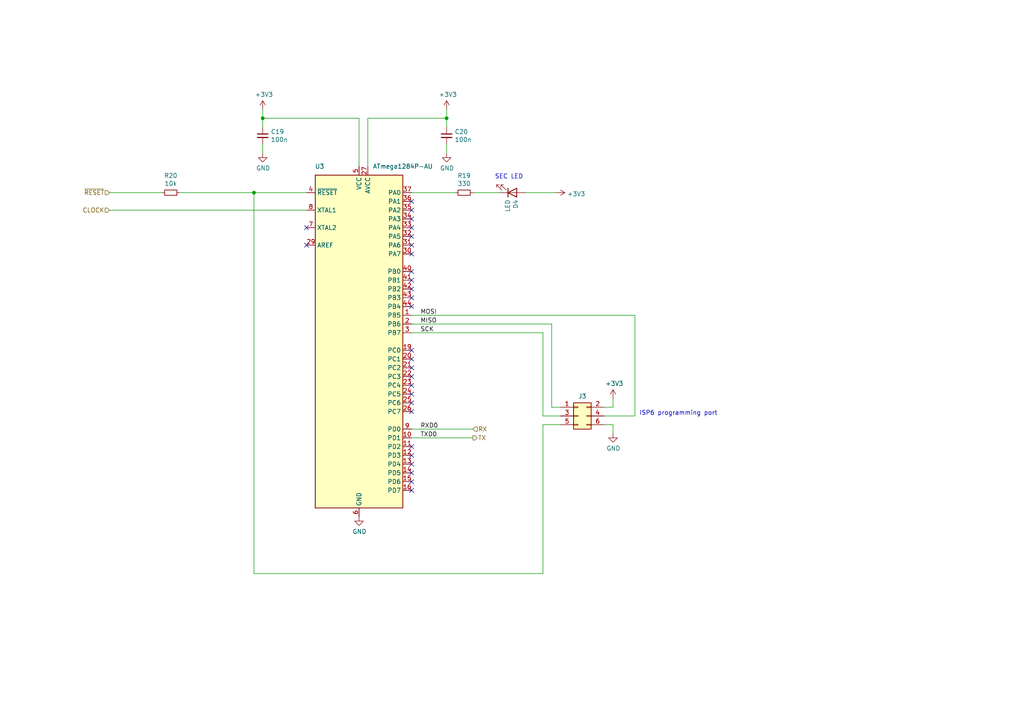
<source format=kicad_sch>
(kicad_sch (version 20200714) (host eeschema "5.99.0-unknown-039b6fd~102~ubuntu18.04.1")
  (page 3 4)
  (paper "A4")
  (title_block (title "picoHSM") (date "2020-09-11") (rev "v1.0") (company "Ledger"))
  (lib_symbols
    (symbol "Connector_Generic:Conn_02x03_Odd_Even" (pin_names hide)
      (property "Reference" "J" (at 1.27 5.08 0))
      (property "Value" "Conn_02x03_Odd_Even" (at 1.27 -5.08 0))
      (symbol "Conn_02x03_Odd_Even_1_1"
        (rectangle (start -1.27 -2.413) (end 0 -2.667) (stroke (width 0.1524)))
        (rectangle (start -1.27 2.667) (end 0 2.413) (stroke (width 0.1524)))
        (rectangle (start -1.27 3.81) (end 3.81 -3.81) (stroke (width 0.254)) (fill (type background)))
        (rectangle (start -1.27 0.127) (end 0 -0.127) (stroke (width 0.1524)))
        (rectangle (start 3.81 -2.413) (end 2.54 -2.667) (stroke (width 0.1524)))
        (rectangle (start 3.81 2.667) (end 2.54 2.413) (stroke (width 0.1524)))
        (rectangle (start 3.81 0.127) (end 2.54 -0.127) (stroke (width 0.1524)))
        (pin passive line (at -5.08 2.54 0) (length 3.81) (name "Pin_1") (number "1"))
        (pin passive line (at 7.62 2.54 180) (length 3.81) (name "Pin_2") (number "2"))
        (pin passive line (at -5.08 0 0) (length 3.81) (name "Pin_3") (number "3"))
        (pin passive line (at 7.62 0 180) (length 3.81) (name "Pin_4") (number "4"))
        (pin passive line (at -5.08 -2.54 0) (length 3.81) (name "Pin_5") (number "5"))
        (pin passive line (at 7.62 -2.54 180) (length 3.81) (name "Pin_6") (number "6"))
      )
    )
    (symbol "Device:C_Small" (pin_numbers hide) (pin_names (offset 0.254) hide)
      (property "Reference" "C" (at 0.254 1.778 0))
      (property "Value" "C_Small" (at 0.254 -2.032 0))
      (symbol "C_Small_0_1"
        (polyline (pts (xy -1.524 -0.508) (xy 1.524 -0.508)) (stroke (width 0.3302)))
        (polyline (pts (xy -1.524 0.508) (xy 1.524 0.508)) (stroke (width 0.3048)))
      )
      (symbol "C_Small_1_1"
        (pin passive line (at 0 2.54 270) (length 2.032) (name "~") (number "1"))
        (pin passive line (at 0 -2.54 90) (length 2.032) (name "~") (number "2"))
      )
    )
    (symbol "Device:LED" (pin_numbers hide) (pin_names hide)
      (property "Reference" "D" (at 0 2.54 0))
      (property "Value" "LED" (at 0 -2.54 0))
      (symbol "LED_0_1"
        (polyline (pts (xy -1.27 -1.27) (xy -1.27 1.27)) (stroke (width 0.254)))
        (polyline (pts (xy -1.27 0) (xy 1.27 0)))
        (polyline (pts (xy 1.27 -1.27) (xy 1.27 1.27) (xy -1.27 0) (xy 1.27 -1.27)) (stroke (width 0.254)))
        (polyline (pts (xy -3.048 -0.762) (xy -4.572 -2.286) (xy -3.81 -2.286) (xy -4.572 -2.286) (xy -4.572 -1.524)))
        (polyline (pts (xy -1.778 -0.762) (xy -3.302 -2.286) (xy -2.54 -2.286) (xy -3.302 -2.286) (xy -3.302 -1.524)))
      )
      (symbol "LED_1_1"
        (pin passive line (at -3.81 0 0) (length 2.54) (name "K") (number "1"))
        (pin passive line (at 3.81 0 180) (length 2.54) (name "A") (number "2"))
      )
    )
    (symbol "Device:R_Small" (pin_numbers hide) (pin_names (offset 0.254) hide)
      (property "Reference" "R" (at 0.762 0.508 0))
      (property "Value" "R_Small" (at 0.762 -1.016 0))
      (symbol "R_Small_0_1"
        (rectangle (start -0.762 1.778) (end 0.762 -1.778) (stroke (width 0.2032)))
      )
      (symbol "R_Small_1_1"
        (pin passive line (at 0 2.54 270) (length 0.762) (name "~") (number "1"))
        (pin passive line (at 0 -2.54 90) (length 0.762) (name "~") (number "2"))
      )
    )
    (symbol "MCU_Microchip_ATmega:ATmega1284P-AU" (pin_names (offset 0.508))
      (property "Reference" "U" (at -12.7 49.53 0))
      (property "Value" "ATmega1284P-AU" (at 2.54 -49.53 0))
      (symbol "ATmega1284P-AU_0_1"
        (rectangle (start -12.7 -48.26) (end 12.7 48.26) (stroke (width 0.254)) (fill (type background)))
      )
      (symbol "ATmega1284P-AU_1_1"
        (pin bidirectional line (at 15.24 7.62 180) (length 2.54) (name "PB5") (number "1"))
        (pin bidirectional line (at 15.24 -27.94 180) (length 2.54) (name "PD1") (number "10"))
        (pin bidirectional line (at 15.24 -30.48 180) (length 2.54) (name "PD2") (number "11"))
        (pin bidirectional line (at 15.24 -33.02 180) (length 2.54) (name "PD3") (number "12"))
        (pin bidirectional line (at 15.24 -35.56 180) (length 2.54) (name "PD4") (number "13"))
        (pin bidirectional line (at 15.24 -38.1 180) (length 2.54) (name "PD5") (number "14"))
        (pin bidirectional line (at 15.24 -40.64 180) (length 2.54) (name "PD6") (number "15"))
        (pin bidirectional line (at 15.24 -43.18 180) (length 2.54) (name "PD7") (number "16"))
        (pin passive line (at 0 50.8 270) (length 2.54) hide (name "VCC") (number "17"))
        (pin passive line (at 0 -50.8 90) (length 2.54) hide (name "GND") (number "18"))
        (pin bidirectional line (at 15.24 -2.54 180) (length 2.54) (name "PC0") (number "19"))
        (pin bidirectional line (at 15.24 5.08 180) (length 2.54) (name "PB6") (number "2"))
        (pin bidirectional line (at 15.24 -5.08 180) (length 2.54) (name "PC1") (number "20"))
        (pin bidirectional line (at 15.24 -7.62 180) (length 2.54) (name "PC2") (number "21"))
        (pin bidirectional line (at 15.24 -10.16 180) (length 2.54) (name "PC3") (number "22"))
        (pin bidirectional line (at 15.24 -12.7 180) (length 2.54) (name "PC4") (number "23"))
        (pin bidirectional line (at 15.24 -15.24 180) (length 2.54) (name "PC5") (number "24"))
        (pin bidirectional line (at 15.24 -17.78 180) (length 2.54) (name "PC6") (number "25"))
        (pin bidirectional line (at 15.24 -20.32 180) (length 2.54) (name "PC7") (number "26"))
        (pin power_in line (at 2.54 50.8 270) (length 2.54) (name "AVCC") (number "27"))
        (pin passive line (at 0 -50.8 90) (length 2.54) hide (name "GND") (number "28"))
        (pin passive line (at -15.24 27.94 0) (length 2.54) (name "AREF") (number "29"))
        (pin bidirectional line (at 15.24 2.54 180) (length 2.54) (name "PB7") (number "3"))
        (pin bidirectional line (at 15.24 25.4 180) (length 2.54) (name "PA7") (number "30"))
        (pin bidirectional line (at 15.24 27.94 180) (length 2.54) (name "PA6") (number "31"))
        (pin bidirectional line (at 15.24 30.48 180) (length 2.54) (name "PA5") (number "32"))
        (pin bidirectional line (at 15.24 33.02 180) (length 2.54) (name "PA4") (number "33"))
        (pin bidirectional line (at 15.24 35.56 180) (length 2.54) (name "PA3") (number "34"))
        (pin bidirectional line (at 15.24 38.1 180) (length 2.54) (name "PA2") (number "35"))
        (pin bidirectional line (at 15.24 40.64 180) (length 2.54) (name "PA1") (number "36"))
        (pin bidirectional line (at 15.24 43.18 180) (length 2.54) (name "PA0") (number "37"))
        (pin passive line (at 0 50.8 270) (length 2.54) hide (name "VCC") (number "38"))
        (pin passive line (at 0 -50.8 90) (length 2.54) hide (name "GND") (number "39"))
        (pin input line (at -15.24 43.18 0) (length 2.54) (name "~RESET") (number "4"))
        (pin bidirectional line (at 15.24 20.32 180) (length 2.54) (name "PB0") (number "40"))
        (pin bidirectional line (at 15.24 17.78 180) (length 2.54) (name "PB1") (number "41"))
        (pin bidirectional line (at 15.24 15.24 180) (length 2.54) (name "PB2") (number "42"))
        (pin bidirectional line (at 15.24 12.7 180) (length 2.54) (name "PB3") (number "43"))
        (pin bidirectional line (at 15.24 10.16 180) (length 2.54) (name "PB4") (number "44"))
        (pin power_in line (at 0 50.8 270) (length 2.54) (name "VCC") (number "5"))
        (pin power_in line (at 0 -50.8 90) (length 2.54) (name "GND") (number "6"))
        (pin output line (at -15.24 33.02 0) (length 2.54) (name "XTAL2") (number "7"))
        (pin input line (at -15.24 38.1 0) (length 2.54) (name "XTAL1") (number "8"))
        (pin bidirectional line (at 15.24 -25.4 180) (length 2.54) (name "PD0") (number "9"))
      )
    )
    (symbol "power:+3V3" (power) (pin_names (offset 0))
      (property "Value" "+3V3" (at 0 3.556 0))
      (symbol "+3V3_0_1"
        (polyline (pts (xy -0.762 1.27) (xy 0 2.54)))
        (polyline (pts (xy 0 0) (xy 0 2.54)))
        (polyline (pts (xy 0 2.54) (xy 0.762 1.27)))
      )
      (symbol "+3V3_1_1"
        (pin power_in line (at 0 0 90) (length 0) hide (name "+3V3") (number "1"))
      )
    )
    (symbol "power:GND" (power) (pin_names (offset 0))
      (property "Value" "GND" (at 0 -3.81 0))
      (symbol "GND_0_1"
        (polyline (pts (xy 0 0) (xy 0 -1.27) (xy 1.27 -1.27) (xy 0 -2.54) (xy -1.27 -1.27) (xy 0 -1.27)))
      )
      (symbol "GND_1_1"
        (pin power_in line (at 0 0 270) (length 0) hide (name "GND") (number "1"))
      )
    )
  )
  (junction (at 73.66 55.88))
  (junction (at 76.2 34.29))
  (junction (at 129.54 34.29))
  (no_connect (at 119.38 83.82))
  (no_connect (at 119.38 78.74))
  (no_connect (at 119.38 71.12))
  (no_connect (at 119.38 111.76))
  (no_connect (at 119.38 116.84))
  (no_connect (at 119.38 104.14))
  (no_connect (at 119.38 68.58))
  (no_connect (at 119.38 73.66))
  (no_connect (at 88.9 71.12))
  (no_connect (at 119.38 60.96))
  (no_connect (at 119.38 66.04))
  (no_connect (at 119.38 63.5))
  (no_connect (at 119.38 134.62))
  (no_connect (at 119.38 58.42))
  (no_connect (at 119.38 88.9))
  (no_connect (at 119.38 81.28))
  (no_connect (at 119.38 86.36))
  (no_connect (at 88.9 66.04))
  (no_connect (at 119.38 106.68))
  (no_connect (at 119.38 132.08))
  (no_connect (at 119.38 129.54))
  (no_connect (at 119.38 119.38))
  (no_connect (at 119.38 139.7))
  (no_connect (at 119.38 114.3))
  (no_connect (at 119.38 142.24))
  (no_connect (at 119.38 101.6))
  (no_connect (at 119.38 137.16))
  (no_connect (at 119.38 109.22))
  (wire (pts (xy 31.75 55.88) (xy 46.99 55.88)))
  (wire (pts (xy 31.75 60.96) (xy 88.9 60.96)))
  (wire (pts (xy 52.07 55.88) (xy 73.66 55.88)))
  (wire (pts (xy 73.66 55.88) (xy 88.9 55.88)))
  (wire (pts (xy 73.66 166.37) (xy 73.66 55.88)))
  (wire (pts (xy 76.2 31.75) (xy 76.2 34.29)))
  (wire (pts (xy 76.2 34.29) (xy 76.2 36.83)))
  (wire (pts (xy 76.2 34.29) (xy 104.14 34.29)))
  (wire (pts (xy 76.2 41.91) (xy 76.2 44.45)))
  (wire (pts (xy 104.14 34.29) (xy 104.14 48.26)))
  (wire (pts (xy 106.68 34.29) (xy 129.54 34.29)))
  (wire (pts (xy 106.68 48.26) (xy 106.68 34.29)))
  (wire (pts (xy 119.38 55.88) (xy 132.08 55.88)))
  (wire (pts (xy 119.38 91.44) (xy 184.15 91.44)))
  (wire (pts (xy 119.38 93.98) (xy 160.02 93.98)))
  (wire (pts (xy 119.38 96.52) (xy 157.48 96.52)))
  (wire (pts (xy 119.38 124.46) (xy 137.16 124.46)))
  (wire (pts (xy 119.38 127) (xy 137.16 127)))
  (wire (pts (xy 129.54 31.75) (xy 129.54 34.29)))
  (wire (pts (xy 129.54 34.29) (xy 129.54 36.83)))
  (wire (pts (xy 129.54 41.91) (xy 129.54 44.45)))
  (wire (pts (xy 137.16 55.88) (xy 144.78 55.88)))
  (wire (pts (xy 152.4 55.88) (xy 161.29 55.88)))
  (wire (pts (xy 157.48 96.52) (xy 157.48 120.65)))
  (wire (pts (xy 157.48 120.65) (xy 162.56 120.65)))
  (wire (pts (xy 157.48 123.19) (xy 157.48 166.37)))
  (wire (pts (xy 157.48 166.37) (xy 73.66 166.37)))
  (wire (pts (xy 160.02 93.98) (xy 160.02 118.11)))
  (wire (pts (xy 160.02 118.11) (xy 162.56 118.11)))
  (wire (pts (xy 162.56 123.19) (xy 157.48 123.19)))
  (wire (pts (xy 175.26 118.11) (xy 177.8 118.11)))
  (wire (pts (xy 177.8 118.11) (xy 177.8 115.57)))
  (wire (pts (xy 177.8 123.19) (xy 175.26 123.19)))
  (wire (pts (xy 177.8 125.73) (xy 177.8 123.19)))
  (wire (pts (xy 184.15 91.44) (xy 184.15 120.65)))
  (wire (pts (xy 184.15 120.65) (xy 175.26 120.65)))
  (text "SEC LED" (at 143.51 52.07 0) (effects (font (size 1.27 1.27)) (justify left bottom)))
  (text "ISP6 programming port" (at 185.42 120.65 0) (effects (font (size 1.27 1.27)) (justify left bottom)))
  (label "MOSI" (at 121.92 91.44 0))
  (label "MISO" (at 121.92 93.98 0))
  (label "SCK" (at 121.92 96.52 0))
  (label "RXD0" (at 121.92 124.46 0))
  (label "TXD0" (at 121.92 127 0))
  (hierarchical_label "~RESET" (shape input) (at 31.75 55.88 180))
  (hierarchical_label "CLOCK" (shape input) (at 31.75 60.96 180))
  (hierarchical_label "RX" (shape input) (at 137.16 124.46 0))
  (hierarchical_label "TX" (shape output) (at 137.16 127 0))
  (symbol (lib_id "power:+3V3") (at 76.2 31.75 0) (unit 1)
    (property "Reference" "#PWR0128" (effects hide))
    (property "Value" "+3V3" (at 76.5683 27.4256 0))
  )
  (symbol (lib_id "power:+3V3") (at 129.54 31.75 0) (unit 1)
    (property "Reference" "#PWR0126" (effects hide))
    (property "Value" "+3V3" (at 129.9083 27.4256 0))
  )
  (symbol (lib_id "power:+3V3") (at 161.29 55.88 270) (unit 1)
    (property "Reference" "#PWR0147" (effects hide))
    (property "Value" "+3V3" (at 164.4651 56.2483 90) (effects (justify left)))
  )
  (symbol (lib_id "power:+3V3") (at 177.8 115.57 0) (unit 1)
    (property "Reference" "#PWR0148" (effects hide))
    (property "Value" "+3V3" (at 178.1683 111.2456 0))
  )
  (symbol (lib_id "power:GND") (at 76.2 44.45 0) (unit 1)
    (property "Reference" "#PWR0124" (effects hide))
    (property "Value" "GND" (at 76.3143 48.7744 0))
  )
  (symbol (lib_id "power:GND") (at 104.14 149.86 0) (unit 1)
    (property "Reference" "#PWR0125" (effects hide))
    (property "Value" "GND" (at 104.2543 154.1844 0))
  )
  (symbol (lib_id "power:GND") (at 129.54 44.45 0) (unit 1)
    (property "Reference" "#PWR0127" (effects hide))
    (property "Value" "GND" (at 129.6543 48.7744 0))
  )
  (symbol (lib_id "power:GND") (at 177.8 125.73 0) (unit 1)
    (property "Reference" "#PWR0149" (effects hide))
    (property "Value" "GND" (at 177.9143 130.0544 0))
  )
  (symbol (lib_id "Device:R_Small") (at 49.53 55.88 90) (unit 1)
    (property "Reference" "R20" (at 49.53 50.9332 90))
    (property "Value" "10k" (at 49.53 53.2319 90))
    (property "Footprint" "Resistor_SMD:R_0603_1608Metric" (effects hide))
    (property "Manufacturer" "TE Connectivity" (effects hide))
    (property "ManufacturerRef" "CRGH0603J10K" (effects hide))
    (property "Price" "0.0446" (effects hide))
    (property "Vendor" "Farnell" (effects hide))
    (property "VendorRef" "2331740" (effects hide))
  )
  (symbol (lib_id "Device:R_Small") (at 134.62 55.88 90) (unit 1)
    (property "Reference" "R19" (at 134.62 50.9332 90))
    (property "Value" "330" (at 134.62 53.2319 90))
    (property "Footprint" "Resistor_SMD:R_0603_1608Metric" (effects hide))
    (property "Manufacturer" "Vishay" (effects hide))
    (property "ManufacturerRef" "CRCW0603330RFKEA" (effects hide))
    (property "Price" "0.0407" (effects hide))
    (property "Vendor" "Farnell" (effects hide))
    (property "VendorRef" "1469803" (effects hide))
  )
  (symbol (lib_id "Device:C_Small") (at 76.2 39.37 0) (unit 1)
    (property "Reference" "C19" (at 78.5242 38.2206 0) (effects (justify left)))
    (property "Value" "100n" (at 78.5242 40.5193 0) (effects (justify left)))
    (property "Footprint" "Capacitor_SMD:C_0603_1608Metric" (effects hide))
    (property "Manufacturer" "Multicomp" (effects hide))
    (property "ManufacturerRef" "MC0603B104K250CT" (effects hide))
    (property "Price" "0.0477" (effects hide))
    (property "Vendor" "Farnell" (effects hide))
    (property "VendorRef" "1759037" (effects hide))
  )
  (symbol (lib_id "Device:C_Small") (at 129.54 39.37 0) (unit 1)
    (property "Reference" "C20" (at 131.8642 38.2206 0) (effects (justify left)))
    (property "Value" "100n" (at 131.8642 40.5193 0) (effects (justify left)))
    (property "Footprint" "Capacitor_SMD:C_0603_1608Metric" (effects hide))
    (property "Manufacturer" "Multicomp" (effects hide))
    (property "ManufacturerRef" "MC0603B104K250CT" (effects hide))
    (property "Price" "0.0477" (effects hide))
    (property "Vendor" "Farnell" (effects hide))
    (property "VendorRef" "1759037" (effects hide))
  )
  (symbol (lib_id "Device:LED") (at 148.59 55.88 0) (mirror x) (unit 1)
    (property "Reference" "D4" (at 149.5552 57.8612 90) (effects (justify left)))
    (property "Value" "LED" (at 147.2438 57.8612 90) (effects (justify left)))
    (property "Footprint" "Diode_SMD:D_0603_1608Metric" (effects hide))
    (property "Manufacturer" "Kingbright" (effects hide))
    (property "ManufacturerRef" "KPT-1608CGCK" (effects hide))
    (property "Price" "0.112" (effects hide))
    (property "Vendor" "Farnell" (effects hide))
    (property "VendorRef" "2099220" (effects hide))
  )
  (symbol (lib_id "Connector_Generic:Conn_02x03_Odd_Even") (at 167.64 120.65 0) (unit 1)
    (property "Reference" "J3" (at 168.91 114.9286 0))
    (property "Value" "Conn_02x03_Odd_Even" (effects hide))
    (property "Footprint" "Connector_PinHeader_2.54mm:PinHeader_2x03_P2.54mm_Vertical" (effects hide))
  )
  (symbol (lib_id "MCU_Microchip_ATmega:ATmega1284P-AU") (at 104.14 99.06 0) (unit 1)
    (property "Reference" "U3" (at 92.71 48.26 0))
    (property "Value" "ATmega1284P-AU" (at 116.84 48.26 0))
    (property "Footprint" "Package_QFP:TQFP-44_10x10mm_P0.8mm" (effects hide))
    (property "Datasheet" "http://ww1.microchip.com/downloads/en/DeviceDoc/Atmel-8272-8-bit-AVR-microcontroller-ATmega164A_PA-324A_PA-644A_PA-1284_P_datasheet.pdf" (effects hide))
    (property "Manufacturer" "Microchip" (effects hide))
    (property "ManufacturerRef" "ATMEGA1284P-AU" (effects hide))
    (property "Price" "4.56" (effects hide))
    (property "Vendor" "Farnell" (effects hide))
    (property "VendorRef" "1715480" (effects hide))
  )
)
</source>
